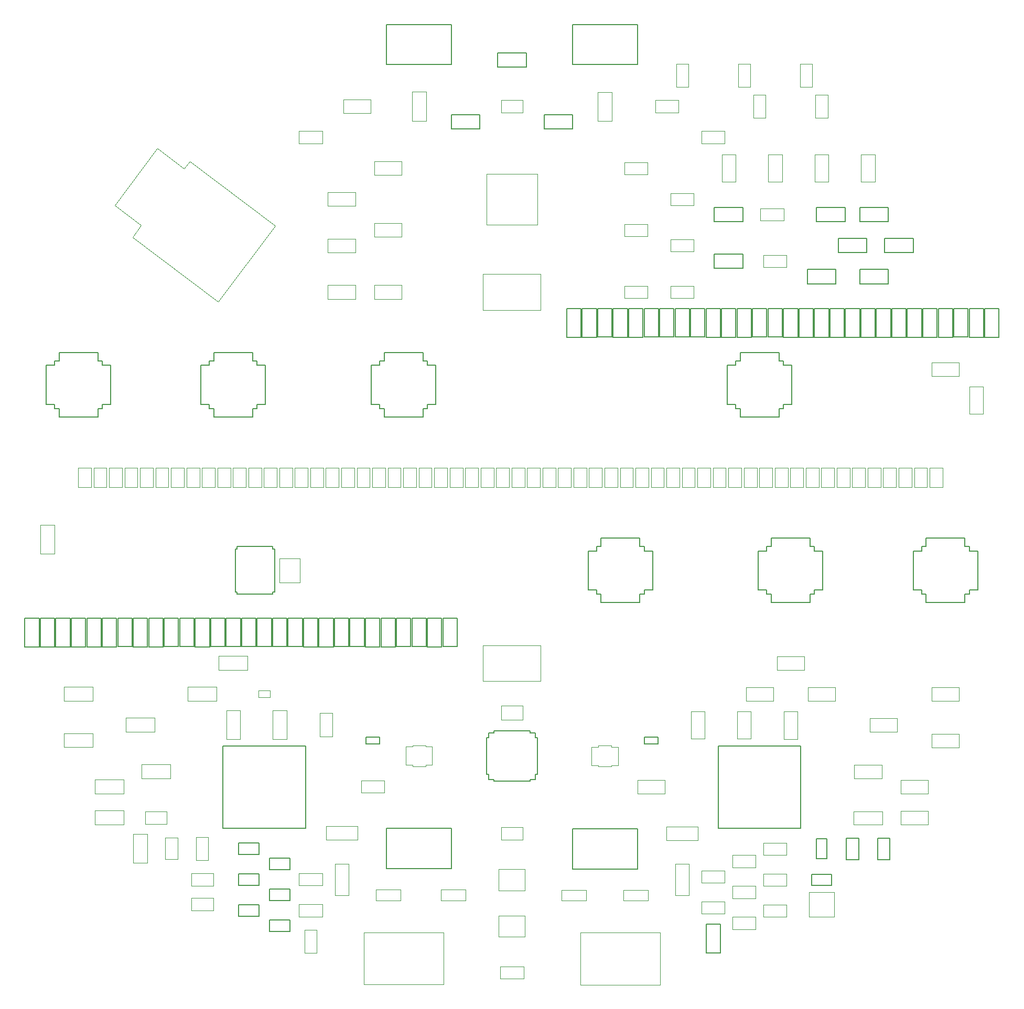
<source format=gbr>
%TF.GenerationSoftware,KiCad,Pcbnew,9.0.0*%
%TF.CreationDate,2025-04-03T19:14:32+05:30*%
%TF.ProjectId,12i(overall),31326928-6f76-4657-9261-6c6c292e6b69,rev?*%
%TF.SameCoordinates,Original*%
%TF.FileFunction,Other,User*%
%FSLAX46Y46*%
G04 Gerber Fmt 4.6, Leading zero omitted, Abs format (unit mm)*
G04 Created by KiCad (PCBNEW 9.0.0) date 2025-04-03 19:14:32*
%MOMM*%
%LPD*%
G01*
G04 APERTURE LIST*
%ADD10C,0.050800*%
%ADD11C,0.050000*%
%ADD12C,0.152400*%
G04 APERTURE END LIST*
D10*
%TO.C,C76*%
X489017000Y-188127000D02*
X490983000Y-188127000D01*
X489017000Y-191873000D02*
X489017000Y-188127000D01*
X490983000Y-188127000D02*
X490983000Y-191873000D01*
X490983000Y-191873000D02*
X489017000Y-191873000D01*
D11*
%TO.C,D61*%
X382450000Y-248450000D02*
X382450000Y-251550000D01*
X382450000Y-251550000D02*
X384550000Y-251550000D01*
X384550000Y-248450000D02*
X382450000Y-248450000D01*
X384550000Y-251550000D02*
X384550000Y-248450000D01*
%TO.C,U1*%
X447890000Y-313287500D02*
X447890000Y-316712500D01*
X447890000Y-316712500D02*
X452110000Y-316712500D01*
X452110000Y-313287500D02*
X447890000Y-313287500D01*
X452110000Y-316712500D02*
X452110000Y-313287500D01*
D12*
%TO.C,C3*%
X483844300Y-222688600D02*
X486155700Y-222688600D01*
X483844300Y-227311400D02*
X483844300Y-222688600D01*
X486155700Y-222688600D02*
X486155700Y-227311400D01*
X486155700Y-227311400D02*
X483844300Y-227311400D01*
D11*
%TO.C,De3*%
X447450000Y-248450000D02*
X447450000Y-251550000D01*
X447450000Y-251550000D02*
X449550000Y-251550000D01*
X449550000Y-248450000D02*
X447450000Y-248450000D01*
X449550000Y-251550000D02*
X449550000Y-248450000D01*
%TO.C,D13*%
X459950000Y-248450000D02*
X459950000Y-251550000D01*
X459950000Y-251550000D02*
X462050000Y-251550000D01*
X462050000Y-248450000D02*
X459950000Y-248450000D01*
X462050000Y-251550000D02*
X462050000Y-248450000D01*
D12*
%TO.C,C18*%
X496344300Y-222688600D02*
X498655700Y-222688600D01*
X496344300Y-227311400D02*
X496344300Y-222688600D01*
X498655700Y-222688600D02*
X498655700Y-227311400D01*
X498655700Y-227311400D02*
X496344300Y-227311400D01*
D11*
%TO.C,Y1*%
X412475000Y-263050000D02*
X415725000Y-263050000D01*
X412475000Y-266950000D02*
X412475000Y-263050000D01*
X415725000Y-263050000D02*
X415725000Y-266950000D01*
X415725000Y-266950000D02*
X412475000Y-266950000D01*
%TO.C,R32*%
X486385000Y-292215000D02*
X486385000Y-287785000D01*
X488615000Y-287785000D02*
X486385000Y-287785000D01*
X488615000Y-292215000D02*
X486385000Y-292215000D01*
X488615000Y-292215000D02*
X488615000Y-287785000D01*
D12*
%TO.C,C106*%
X388844300Y-272715400D02*
X391155700Y-272715400D01*
X388844300Y-277338200D02*
X388844300Y-272715400D01*
X391155700Y-272715400D02*
X391155700Y-277338200D01*
X391155700Y-277338200D02*
X388844300Y-277338200D01*
D11*
%TO.C,D22*%
X467450000Y-248450000D02*
X467450000Y-251550000D01*
X467450000Y-251550000D02*
X469550000Y-251550000D01*
X469550000Y-248450000D02*
X467450000Y-248450000D01*
X469550000Y-251550000D02*
X469550000Y-248450000D01*
%TO.C,R39*%
X382669000Y-303815000D02*
X387331000Y-303815000D01*
X382669000Y-306085000D02*
X382669000Y-303815000D01*
X382669000Y-306085000D02*
X387331000Y-306085000D01*
X387331000Y-306085000D02*
X387331000Y-303815000D01*
%TO.C,R43*%
X411365000Y-292281000D02*
X411365000Y-287619000D01*
X413635000Y-287619000D02*
X411365000Y-287619000D01*
X413635000Y-292281000D02*
X411365000Y-292281000D01*
X413635000Y-292281000D02*
X413635000Y-287619000D01*
%TO.C,D25*%
X494950000Y-248450000D02*
X494950000Y-251550000D01*
X494950000Y-251550000D02*
X497050000Y-251550000D01*
X497050000Y-248450000D02*
X494950000Y-248450000D01*
X497050000Y-251550000D02*
X497050000Y-248450000D01*
D12*
%TO.C,C5*%
X461344300Y-222688600D02*
X463655700Y-222688600D01*
X461344300Y-227311400D02*
X461344300Y-222688600D01*
X463655700Y-222688600D02*
X463655700Y-227311400D01*
X463655700Y-227311400D02*
X461344300Y-227311400D01*
%TO.C,C85*%
X440188600Y-191344300D02*
X444811400Y-191344300D01*
X440188600Y-193655700D02*
X440188600Y-191344300D01*
X444811400Y-191344300D02*
X444811400Y-193655700D01*
X444811400Y-193655700D02*
X440188600Y-193655700D01*
D10*
%TO.C,C78*%
X486517000Y-183127000D02*
X488483000Y-183127000D01*
X486517000Y-186873000D02*
X486517000Y-183127000D01*
X488483000Y-183127000D02*
X488483000Y-186873000D01*
X488483000Y-186873000D02*
X486517000Y-186873000D01*
D12*
%TO.C,C9*%
X488844300Y-222661800D02*
X491155700Y-222661800D01*
X488844300Y-227284600D02*
X488844300Y-222661800D01*
X491155700Y-222661800D02*
X491155700Y-227284600D01*
X491155700Y-227284600D02*
X488844300Y-227284600D01*
D11*
%TO.C,R44*%
X458000000Y-316625000D02*
X458000000Y-318375000D01*
X458000000Y-318375000D02*
X462000000Y-318375000D01*
X462000000Y-316625000D02*
X458000000Y-316625000D01*
X462000000Y-318375000D02*
X462000000Y-316625000D01*
D12*
%TO.C,U10*%
X445916199Y-292046400D02*
X446220999Y-292046400D01*
X445916199Y-297953600D02*
X445916199Y-292046400D01*
X446220999Y-291220999D02*
X447046400Y-291220999D01*
X446220999Y-292046400D02*
X446220999Y-291220999D01*
X446220999Y-297953600D02*
X445916199Y-297953600D01*
X446220999Y-298779001D02*
X446220999Y-297953600D01*
X447046400Y-290916199D02*
X452953600Y-290916199D01*
X447046400Y-291220999D02*
X447046400Y-290916199D01*
X447046400Y-298779001D02*
X446220999Y-298779001D01*
X447046400Y-299083801D02*
X447046400Y-298779001D01*
X452953600Y-290916199D02*
X452953600Y-291220999D01*
X452953600Y-291220999D02*
X453779001Y-291220999D01*
X452953600Y-298779001D02*
X452953600Y-299083801D01*
X452953600Y-299083801D02*
X447046400Y-299083801D01*
X453779001Y-291220999D02*
X453779001Y-292046400D01*
X453779001Y-292046400D02*
X454083801Y-292046400D01*
X453779001Y-297953600D02*
X453779001Y-298779001D01*
X453779001Y-298779001D02*
X452953600Y-298779001D01*
X454083801Y-292046400D02*
X454083801Y-297953600D01*
X454083801Y-297953600D02*
X453779001Y-297953600D01*
%TO.C,C26*%
X503844300Y-222688600D02*
X506155700Y-222688600D01*
X503844300Y-227311400D02*
X503844300Y-222688600D01*
X506155700Y-222688600D02*
X506155700Y-227311400D01*
X506155700Y-227311400D02*
X503844300Y-227311400D01*
%TO.C,C8*%
X463844300Y-222661800D02*
X466155700Y-222661800D01*
X463844300Y-227284600D02*
X463844300Y-222661800D01*
X466155700Y-222661800D02*
X466155700Y-227284600D01*
X466155700Y-227284600D02*
X463844300Y-227284600D01*
D10*
%TO.C,C65*%
X473127000Y-189017000D02*
X476873000Y-189017000D01*
X473127000Y-190983000D02*
X473127000Y-189017000D01*
X476873000Y-189017000D02*
X476873000Y-190983000D01*
X476873000Y-190983000D02*
X473127000Y-190983000D01*
D11*
%TO.C,D74*%
X397450000Y-248450000D02*
X397450000Y-251550000D01*
X397450000Y-251550000D02*
X399550000Y-251550000D01*
X399550000Y-248450000D02*
X397450000Y-248450000D01*
X399550000Y-251550000D02*
X399550000Y-248450000D01*
%TO.C,R48*%
X387669000Y-288815000D02*
X387669000Y-291085000D01*
X392331000Y-288815000D02*
X387669000Y-288815000D01*
X392331000Y-288815000D02*
X392331000Y-291085000D01*
X392331000Y-291085000D02*
X387669000Y-291085000D01*
%TO.C,R18*%
X487785000Y-283885000D02*
X487785000Y-286115000D01*
X492215000Y-283885000D02*
X487785000Y-283885000D01*
X492215000Y-283885000D02*
X492215000Y-286115000D01*
X492215000Y-286115000D02*
X487785000Y-286115000D01*
%TO.C,R24*%
X507785000Y-288885000D02*
X507785000Y-291115000D01*
X512215000Y-288885000D02*
X507785000Y-288885000D01*
X512215000Y-288885000D02*
X512215000Y-291115000D01*
X512215000Y-291115000D02*
X507785000Y-291115000D01*
D12*
%TO.C,C16*%
X521344300Y-222661800D02*
X523655700Y-222661800D01*
X521344300Y-227284600D02*
X521344300Y-222661800D01*
X523655700Y-222661800D02*
X523655700Y-227284600D01*
X523655700Y-227284600D02*
X521344300Y-227284600D01*
D11*
%TO.C,D14*%
X484950000Y-248450000D02*
X484950000Y-251550000D01*
X484950000Y-251550000D02*
X487050000Y-251550000D01*
X487050000Y-248450000D02*
X484950000Y-248450000D01*
X487050000Y-251550000D02*
X487050000Y-248450000D01*
%TO.C,D66*%
X437450000Y-248450000D02*
X437450000Y-251550000D01*
X437450000Y-251550000D02*
X439550000Y-251550000D01*
X439550000Y-248450000D02*
X437450000Y-248450000D01*
X439550000Y-251550000D02*
X439550000Y-248450000D01*
D12*
%TO.C,C111*%
X413844300Y-272688600D02*
X416155700Y-272688600D01*
X413844300Y-277311400D02*
X413844300Y-272688600D01*
X416155700Y-272688600D02*
X416155700Y-277311400D01*
X416155700Y-277311400D02*
X413844300Y-277311400D01*
%TO.C,C38*%
X506161800Y-206344300D02*
X510784600Y-206344300D01*
X506161800Y-208655700D02*
X506161800Y-206344300D01*
X510784600Y-206344300D02*
X510784600Y-208655700D01*
X510784600Y-208655700D02*
X506161800Y-208655700D01*
D11*
%TO.C,D77*%
X424950000Y-248450000D02*
X424950000Y-251550000D01*
X424950000Y-251550000D02*
X427050000Y-251550000D01*
X427050000Y-248450000D02*
X424950000Y-248450000D01*
X427050000Y-251550000D02*
X427050000Y-248450000D01*
D10*
%TO.C,C63*%
X468127000Y-209017000D02*
X471873000Y-209017000D01*
X468127000Y-210983000D02*
X468127000Y-209017000D01*
X471873000Y-209017000D02*
X471873000Y-210983000D01*
X471873000Y-210983000D02*
X468127000Y-210983000D01*
D11*
%TO.C,D73*%
X429950000Y-248450000D02*
X429950000Y-251550000D01*
X429950000Y-251550000D02*
X432050000Y-251550000D01*
X432050000Y-248450000D02*
X429950000Y-248450000D01*
X432050000Y-251550000D02*
X432050000Y-248450000D01*
D12*
%TO.C,C11*%
X466344300Y-222715400D02*
X468655700Y-222715400D01*
X466344300Y-227338200D02*
X466344300Y-222715400D01*
X468655700Y-222715400D02*
X468655700Y-227338200D01*
X468655700Y-227338200D02*
X466344300Y-227338200D01*
D11*
%TO.C,D59*%
X414950000Y-248450000D02*
X414950000Y-251550000D01*
X414950000Y-251550000D02*
X417050000Y-251550000D01*
X417050000Y-248450000D02*
X414950000Y-248450000D01*
X417050000Y-251550000D02*
X417050000Y-248450000D01*
D12*
%TO.C,C94*%
X403844300Y-272688600D02*
X406155700Y-272688600D01*
X403844300Y-277311400D02*
X403844300Y-272688600D01*
X406155700Y-272688600D02*
X406155700Y-277311400D01*
X406155700Y-277311400D02*
X403844300Y-277311400D01*
D11*
%TO.C,D32*%
X421400000Y-312415000D02*
X423600000Y-312415000D01*
X421400000Y-317485000D02*
X421400000Y-312415000D01*
X423600000Y-312415000D02*
X423600000Y-317485000D01*
X423600000Y-317485000D02*
X421400000Y-317485000D01*
D12*
%TO.C,C103*%
X423844300Y-272688600D02*
X426155700Y-272688600D01*
X423844300Y-277311400D02*
X423844300Y-272688600D01*
X426155700Y-272688600D02*
X426155700Y-277311400D01*
X426155700Y-277311400D02*
X423844300Y-277311400D01*
%TO.C,C99*%
X398844300Y-272715400D02*
X401155700Y-272715400D01*
X398844300Y-277338200D02*
X398844300Y-272715400D01*
X401155700Y-272715400D02*
X401155700Y-277338200D01*
X401155700Y-277338200D02*
X398844300Y-277338200D01*
%TO.C,C44*%
X499121000Y-308390400D02*
X500879000Y-308390400D01*
X499121000Y-311609600D02*
X499121000Y-308390400D01*
X500879000Y-308390400D02*
X500879000Y-311609600D01*
X500879000Y-311609600D02*
X499121000Y-311609600D01*
D11*
%TO.C,R17*%
X492785000Y-278885000D02*
X497215000Y-278885000D01*
X492785000Y-281115000D02*
X492785000Y-278885000D01*
X492785000Y-281115000D02*
X497215000Y-281115000D01*
X497215000Y-281115000D02*
X497215000Y-278885000D01*
D12*
%TO.C,C48*%
X410836300Y-316522900D02*
X414163700Y-316522900D01*
X410836300Y-318377100D02*
X410836300Y-316522900D01*
X414163700Y-316522900D02*
X414163700Y-318377100D01*
X414163700Y-318377100D02*
X410836300Y-318377100D01*
%TO.C,SW1*%
X429746000Y-176748800D02*
X429746000Y-183251200D01*
X429746000Y-183251200D02*
X440254000Y-183251200D01*
X440254000Y-176748800D02*
X429746000Y-176748800D01*
X440254000Y-183251200D02*
X440254000Y-176748800D01*
%TO.C,C14*%
X468844300Y-222715400D02*
X471155700Y-222715400D01*
X468844300Y-227338200D02*
X468844300Y-222715400D01*
X471155700Y-222715400D02*
X471155700Y-227338200D01*
X471155700Y-227338200D02*
X468844300Y-227338200D01*
D10*
%TO.C,C71*%
X490127000Y-206517000D02*
X493873000Y-206517000D01*
X490127000Y-208483000D02*
X490127000Y-206517000D01*
X493873000Y-206517000D02*
X493873000Y-208483000D01*
X493873000Y-208483000D02*
X490127000Y-208483000D01*
D11*
%TO.C,R25*%
X506385000Y-197785000D02*
X506385000Y-202215000D01*
X506385000Y-197785000D02*
X508615000Y-197785000D01*
X506385000Y-202215000D02*
X508615000Y-202215000D01*
X508615000Y-197785000D02*
X508615000Y-202215000D01*
D12*
%TO.C,C126*%
X447688600Y-181344300D02*
X452311400Y-181344300D01*
X447688600Y-183655700D02*
X447688600Y-181344300D01*
X452311400Y-181344300D02*
X452311400Y-183655700D01*
X452311400Y-183655700D02*
X447688600Y-183655700D01*
D11*
%TO.C,D7*%
X454950000Y-248450000D02*
X454950000Y-251550000D01*
X454950000Y-251550000D02*
X457050000Y-251550000D01*
X457050000Y-248450000D02*
X454950000Y-248450000D01*
X457050000Y-251550000D02*
X457050000Y-248450000D01*
%TO.C,C125*%
X398250000Y-313950000D02*
X401750000Y-313950000D01*
X398250000Y-315950000D02*
X398250000Y-313950000D01*
X401750000Y-313950000D02*
X401750000Y-315950000D01*
X401750000Y-315950000D02*
X398250000Y-315950000D01*
D12*
%TO.C,C113*%
X381344300Y-272715400D02*
X383655700Y-272715400D01*
X381344300Y-277338200D02*
X381344300Y-272715400D01*
X383655700Y-272715400D02*
X383655700Y-277338200D01*
X383655700Y-277338200D02*
X381344300Y-277338200D01*
D11*
%TO.C,R38*%
X402669000Y-278815000D02*
X407331000Y-278815000D01*
X402669000Y-281085000D02*
X402669000Y-278815000D01*
X402669000Y-281085000D02*
X407331000Y-281085000D01*
X407331000Y-281085000D02*
X407331000Y-278815000D01*
D12*
%TO.C,C21*%
X498844300Y-222688600D02*
X501155700Y-222688600D01*
X498844300Y-227311400D02*
X498844300Y-222688600D01*
X501155700Y-222688600D02*
X501155700Y-227311400D01*
X501155700Y-227311400D02*
X498844300Y-227311400D01*
%TO.C,IC4*%
X374790399Y-231860999D02*
X376146000Y-231860999D01*
X374790399Y-238139001D02*
X374790399Y-231860999D01*
X376146000Y-231860999D02*
X376146000Y-231146000D01*
X376146000Y-238139001D02*
X374790399Y-238139001D01*
X376146000Y-238854000D02*
X376146000Y-238139001D01*
X376860999Y-229790399D02*
X376860999Y-231146000D01*
X376860999Y-231146000D02*
X376146000Y-231146000D01*
X376860999Y-238854000D02*
X376146000Y-238854000D01*
X376860999Y-240209601D02*
X376860999Y-238854000D01*
X383139001Y-229790399D02*
X376860999Y-229790399D01*
X383139001Y-231146000D02*
X383139001Y-229790399D01*
X383139001Y-238854000D02*
X383139001Y-240209601D01*
X383139001Y-240209601D02*
X376860999Y-240209601D01*
X383854000Y-231146000D02*
X383139001Y-231146000D01*
X383854000Y-231860999D02*
X383854000Y-231146000D01*
X383854000Y-238139001D02*
X385209601Y-238139001D01*
X383854000Y-238854000D02*
X383139001Y-238854000D01*
X383854000Y-238854000D02*
X383854000Y-238139001D01*
X385209601Y-231860999D02*
X383854000Y-231860999D01*
X385209601Y-238139001D02*
X385209601Y-231860999D01*
D11*
%TO.C,R41*%
X382681000Y-298815000D02*
X382681000Y-301085000D01*
X387343000Y-298815000D02*
X382681000Y-298815000D01*
X387343000Y-298815000D02*
X387343000Y-301085000D01*
X387343000Y-301085000D02*
X382681000Y-301085000D01*
%TO.C,R16*%
X497785000Y-283885000D02*
X497785000Y-286115000D01*
X502215000Y-283885000D02*
X497785000Y-283885000D01*
X502215000Y-283885000D02*
X502215000Y-286115000D01*
X502215000Y-286115000D02*
X497785000Y-286115000D01*
D12*
%TO.C,C87*%
X408844300Y-272688600D02*
X411155700Y-272688600D01*
X408844300Y-277311400D02*
X408844300Y-272688600D01*
X411155700Y-272688600D02*
X411155700Y-277311400D01*
X411155700Y-277311400D02*
X408844300Y-277311400D01*
%TO.C,C2*%
X458844300Y-222688600D02*
X461155700Y-222688600D01*
X458844300Y-227311400D02*
X458844300Y-222688600D01*
X461155700Y-222688600D02*
X461155700Y-227311400D01*
X461155700Y-227311400D02*
X458844300Y-227311400D01*
D11*
%TO.C,R30*%
X470285000Y-298885000D02*
X470285000Y-301115000D01*
X474715000Y-298885000D02*
X470285000Y-298885000D01*
X474715000Y-298885000D02*
X474715000Y-301115000D01*
X474715000Y-301115000D02*
X470285000Y-301115000D01*
%TO.C,R9*%
X422785000Y-188885000D02*
X427215000Y-188885000D01*
X422785000Y-191115000D02*
X422785000Y-188885000D01*
X422785000Y-191115000D02*
X427215000Y-191115000D01*
X427215000Y-191115000D02*
X427215000Y-188885000D01*
%TO.C,U3*%
X498000000Y-317000000D02*
X502000000Y-317000000D01*
X502000000Y-321000000D01*
X498000000Y-321000000D01*
X498000000Y-317000000D01*
%TO.C,D72*%
X399950000Y-248450000D02*
X399950000Y-251550000D01*
X399950000Y-251550000D02*
X402050000Y-251550000D01*
X402050000Y-248450000D02*
X399950000Y-248450000D01*
X402050000Y-251550000D02*
X402050000Y-248450000D01*
%TO.C,D69*%
X404950000Y-248450000D02*
X404950000Y-251550000D01*
X404950000Y-251550000D02*
X407050000Y-251550000D01*
X407050000Y-248450000D02*
X404950000Y-248450000D01*
X407050000Y-251550000D02*
X407050000Y-248450000D01*
D10*
%TO.C,C67*%
X468127000Y-199017000D02*
X471873000Y-199017000D01*
X468127000Y-200983000D02*
X468127000Y-199017000D01*
X471873000Y-199017000D02*
X471873000Y-200983000D01*
X471873000Y-200983000D02*
X468127000Y-200983000D01*
D11*
%TO.C,U2*%
X445340000Y-217110000D02*
X445340000Y-222890000D01*
X445340000Y-217110000D02*
X454660000Y-217110000D01*
X445340000Y-222890000D02*
X454660000Y-222890000D01*
X454660000Y-217110000D02*
X454660000Y-222890000D01*
D12*
%TO.C,C28*%
X506344300Y-222688600D02*
X508655700Y-222688600D01*
X506344300Y-227311400D02*
X506344300Y-222688600D01*
X508655700Y-222688600D02*
X508655700Y-227311400D01*
X508655700Y-227311400D02*
X506344300Y-227311400D01*
%TO.C,C98*%
X428844300Y-272715400D02*
X431155700Y-272715400D01*
X428844300Y-277338200D02*
X428844300Y-272715400D01*
X431155700Y-272715400D02*
X431155700Y-277338200D01*
X431155700Y-277338200D02*
X428844300Y-277338200D01*
D11*
%TO.C,R1*%
X491385000Y-197785000D02*
X491385000Y-202215000D01*
X491385000Y-197785000D02*
X493615000Y-197785000D01*
X491385000Y-202215000D02*
X493615000Y-202215000D01*
X493615000Y-197785000D02*
X493615000Y-202215000D01*
D10*
%TO.C,C57*%
X480627000Y-313517000D02*
X484373000Y-313517000D01*
X480627000Y-315483000D02*
X480627000Y-313517000D01*
X484373000Y-313517000D02*
X484373000Y-315483000D01*
X484373000Y-315483000D02*
X480627000Y-315483000D01*
D12*
%TO.C,C27*%
X481344300Y-222688600D02*
X483655700Y-222688600D01*
X481344300Y-227311400D02*
X481344300Y-222688600D01*
X483655700Y-222688600D02*
X483655700Y-227311400D01*
X483655700Y-227311400D02*
X481344300Y-227311400D01*
D11*
%TO.C,R37*%
X397669000Y-283815000D02*
X402331000Y-283815000D01*
X397669000Y-286085000D02*
X397669000Y-283815000D01*
X397669000Y-286085000D02*
X402331000Y-286085000D01*
X402331000Y-286085000D02*
X402331000Y-283815000D01*
D10*
%TO.C,C41*%
X490627000Y-314017000D02*
X494373000Y-314017000D01*
X490627000Y-315983000D02*
X490627000Y-314017000D01*
X494373000Y-314017000D02*
X494373000Y-315983000D01*
X494373000Y-315983000D02*
X490627000Y-315983000D01*
D12*
%TO.C,C95*%
X371344300Y-272715400D02*
X373655700Y-272715400D01*
X371344300Y-277338200D02*
X371344300Y-272715400D01*
X373655700Y-272715400D02*
X373655700Y-277338200D01*
X373655700Y-277338200D02*
X371344300Y-277338200D01*
D11*
%TO.C,R22*%
X377669000Y-283815000D02*
X382331000Y-283815000D01*
X377669000Y-286085000D02*
X377669000Y-283815000D01*
X377669000Y-286085000D02*
X382331000Y-286085000D01*
X382331000Y-286085000D02*
X382331000Y-283815000D01*
%TO.C,R2*%
X517785000Y-283885000D02*
X517785000Y-286115000D01*
X522215000Y-283885000D02*
X517785000Y-283885000D01*
X522215000Y-283885000D02*
X522215000Y-286115000D01*
X522215000Y-286115000D02*
X517785000Y-286115000D01*
D12*
%TO.C,C97*%
X401344300Y-272688600D02*
X403655700Y-272688600D01*
X401344300Y-277311400D02*
X401344300Y-272688600D01*
X403655700Y-272688600D02*
X403655700Y-277311400D01*
X403655700Y-277311400D02*
X401344300Y-277311400D01*
D11*
%TO.C,D78*%
X422450000Y-248450000D02*
X422450000Y-251550000D01*
X422450000Y-251550000D02*
X424550000Y-251550000D01*
X424550000Y-248450000D02*
X422450000Y-248450000D01*
X424550000Y-251550000D02*
X424550000Y-248450000D01*
D12*
%TO.C,XTAL1*%
X405337700Y-261532900D02*
X405642500Y-261532900D01*
X405337700Y-268467100D02*
X405337700Y-261532900D01*
X405337700Y-268467100D02*
X405642500Y-268467100D01*
X405642500Y-261139200D02*
X411357500Y-261139200D01*
X405642500Y-261532900D02*
X405642500Y-261139200D01*
X405642500Y-268860800D02*
X405642500Y-268467100D01*
X411357500Y-261139200D02*
X411357500Y-261532900D01*
X411357500Y-268467100D02*
X411357500Y-268860800D01*
X411357500Y-268860800D02*
X405642500Y-268860800D01*
X411662300Y-261532900D02*
X411357500Y-261532900D01*
X411662300Y-261532900D02*
X411662300Y-268467100D01*
X411662300Y-268467100D02*
X411357500Y-268467100D01*
D11*
%TO.C,R28*%
X505285000Y-296385000D02*
X505285000Y-298615000D01*
X509715000Y-296385000D02*
X505285000Y-296385000D01*
X509715000Y-296385000D02*
X509715000Y-298615000D01*
X509715000Y-298615000D02*
X505285000Y-298615000D01*
D12*
%TO.C,C23*%
X476344300Y-222661800D02*
X478655700Y-222661800D01*
X476344300Y-227284600D02*
X476344300Y-222661800D01*
X478655700Y-222661800D02*
X478655700Y-227284600D01*
X478655700Y-227284600D02*
X476344300Y-227284600D01*
D11*
%TO.C,D80*%
X419950000Y-248450000D02*
X419950000Y-251550000D01*
X419950000Y-251550000D02*
X422050000Y-251550000D01*
X422050000Y-248450000D02*
X419950000Y-248450000D01*
X422050000Y-251550000D02*
X422050000Y-248450000D01*
D12*
%TO.C,C79*%
X502688600Y-211344300D02*
X507311400Y-211344300D01*
X502688600Y-213655700D02*
X502688600Y-211344300D01*
X507311400Y-211344300D02*
X507311400Y-213655700D01*
X507311400Y-213655700D02*
X502688600Y-213655700D01*
%TO.C,C7*%
X513844300Y-222715400D02*
X516155700Y-222715400D01*
X513844300Y-227338200D02*
X513844300Y-222715400D01*
X516155700Y-222715400D02*
X516155700Y-227338200D01*
X516155700Y-227338200D02*
X513844300Y-227338200D01*
D11*
%TO.C,R14*%
X512785000Y-303885000D02*
X512785000Y-306115000D01*
X517215000Y-303885000D02*
X512785000Y-303885000D01*
X517215000Y-303885000D02*
X517215000Y-306115000D01*
X517215000Y-306115000D02*
X512785000Y-306115000D01*
D12*
%TO.C,C77*%
X499161800Y-206344300D02*
X503784600Y-206344300D01*
X499161800Y-208655700D02*
X499161800Y-206344300D01*
X503784600Y-206344300D02*
X503784600Y-208655700D01*
X503784600Y-208655700D02*
X499161800Y-208655700D01*
D11*
%TO.C,D71*%
X432450000Y-248450000D02*
X432450000Y-251550000D01*
X432450000Y-251550000D02*
X434550000Y-251550000D01*
X434550000Y-248450000D02*
X432450000Y-248450000D01*
X434550000Y-251550000D02*
X434550000Y-248450000D01*
%TO.C,D17*%
X487450000Y-248450000D02*
X487450000Y-251550000D01*
X487450000Y-251550000D02*
X489550000Y-251550000D01*
X489550000Y-248450000D02*
X487450000Y-248450000D01*
X489550000Y-251550000D02*
X489550000Y-248450000D01*
%TO.C,D3*%
X502450000Y-248450000D02*
X502450000Y-251550000D01*
X502450000Y-251550000D02*
X504550000Y-251550000D01*
X504550000Y-248450000D02*
X502450000Y-248450000D01*
X504550000Y-251550000D02*
X504550000Y-248450000D01*
D12*
%TO.C,L6*%
X426390400Y-291896000D02*
X428609600Y-291896000D01*
X426390400Y-293004000D02*
X426390400Y-291896000D01*
X428609600Y-291896000D02*
X428609600Y-293004000D01*
X428609600Y-293004000D02*
X426390400Y-293004000D01*
%TO.C,C49*%
X405836300Y-314022900D02*
X409163700Y-314022900D01*
X405836300Y-315877100D02*
X405836300Y-314022900D01*
X409163700Y-314022900D02*
X409163700Y-315877100D01*
X409163700Y-315877100D02*
X405836300Y-315877100D01*
%TO.C,C108*%
X386344300Y-272688600D02*
X388655700Y-272688600D01*
X386344300Y-277311400D02*
X386344300Y-272688600D01*
X388655700Y-272688600D02*
X388655700Y-277311400D01*
X388655700Y-277311400D02*
X386344300Y-277311400D01*
%TO.C,C51*%
X405836300Y-319022900D02*
X409163700Y-319022900D01*
X405836300Y-320877100D02*
X405836300Y-319022900D01*
X409163700Y-319022900D02*
X409163700Y-320877100D01*
X409163700Y-320877100D02*
X405836300Y-320877100D01*
%TO.C,C88*%
X378844300Y-272715400D02*
X381155700Y-272715400D01*
X378844300Y-277338200D02*
X378844300Y-272715400D01*
X381155700Y-272715400D02*
X381155700Y-277338200D01*
X381155700Y-277338200D02*
X378844300Y-277338200D01*
D10*
%TO.C,C74*%
X476517000Y-183127000D02*
X478483000Y-183127000D01*
X476517000Y-186873000D02*
X476517000Y-183127000D01*
X478483000Y-183127000D02*
X478483000Y-186873000D01*
X478483000Y-186873000D02*
X476517000Y-186873000D01*
%TO.C,C120*%
X425627000Y-298967000D02*
X429373000Y-298967000D01*
X425627000Y-300933000D02*
X425627000Y-298967000D01*
X429373000Y-298967000D02*
X429373000Y-300933000D01*
X429373000Y-300933000D02*
X425627000Y-300933000D01*
D12*
%TO.C,L5*%
X471390400Y-291946000D02*
X473609600Y-291946000D01*
X471390400Y-293054000D02*
X471390400Y-291946000D01*
X473609600Y-291946000D02*
X473609600Y-293054000D01*
X473609600Y-293054000D02*
X471390400Y-293054000D01*
%TO.C,C15*%
X493844300Y-222688600D02*
X496155700Y-222688600D01*
X493844300Y-227311400D02*
X493844300Y-222688600D01*
X496155700Y-222688600D02*
X496155700Y-227311400D01*
X496155700Y-227311400D02*
X493844300Y-227311400D01*
D11*
%TO.C,U6*%
X432870000Y-293455000D02*
X432870000Y-296445000D01*
X432870000Y-296445000D02*
X433950000Y-296445000D01*
X433950000Y-293250000D02*
X433950000Y-293455000D01*
X433950000Y-293455000D02*
X432870000Y-293455000D01*
X433950000Y-296445000D02*
X433950000Y-296650000D01*
X433950000Y-296650000D02*
X436050000Y-296650000D01*
X436050000Y-293250000D02*
X433950000Y-293250000D01*
X436050000Y-293455000D02*
X436050000Y-293250000D01*
X436050000Y-296445000D02*
X437130000Y-296445000D01*
X436050000Y-296650000D02*
X436050000Y-296445000D01*
X437130000Y-293455000D02*
X436050000Y-293455000D01*
X437130000Y-296445000D02*
X437130000Y-293455000D01*
D12*
%TO.C,C59*%
X510188600Y-211344300D02*
X514811400Y-211344300D01*
X510188600Y-213655700D02*
X510188600Y-211344300D01*
X514811400Y-211344300D02*
X514811400Y-213655700D01*
X514811400Y-213655700D02*
X510188600Y-213655700D01*
D10*
%TO.C,C40*%
X485627000Y-311017000D02*
X489373000Y-311017000D01*
X485627000Y-312983000D02*
X485627000Y-311017000D01*
X489373000Y-311017000D02*
X489373000Y-312983000D01*
X489373000Y-312983000D02*
X485627000Y-312983000D01*
D11*
%TO.C,U4*%
X445895000Y-200895000D02*
X454105000Y-200895000D01*
X445895000Y-209105000D02*
X445895000Y-200895000D01*
X445895000Y-209105000D02*
X454105000Y-209105000D01*
X454105000Y-209105000D02*
X454105000Y-200895000D01*
D10*
%TO.C,C66*%
X475627000Y-204017000D02*
X479373000Y-204017000D01*
X475627000Y-205983000D02*
X475627000Y-204017000D01*
X479373000Y-204017000D02*
X479373000Y-205983000D01*
X479373000Y-205983000D02*
X475627000Y-205983000D01*
D12*
%TO.C,C112*%
X411344300Y-272688600D02*
X413655700Y-272688600D01*
X411344300Y-277311400D02*
X411344300Y-272688600D01*
X413655700Y-272688600D02*
X413655700Y-277311400D01*
X413655700Y-277311400D02*
X411344300Y-277311400D01*
D11*
%TO.C,D24*%
X469950000Y-248450000D02*
X469950000Y-251550000D01*
X469950000Y-251550000D02*
X472050000Y-251550000D01*
X472050000Y-248450000D02*
X469950000Y-248450000D01*
X472050000Y-251550000D02*
X472050000Y-248450000D01*
D12*
%TO.C,C47*%
X405836300Y-309022900D02*
X409163700Y-309022900D01*
X405836300Y-310877100D02*
X405836300Y-309022900D01*
X409163700Y-309022900D02*
X409163700Y-310877100D01*
X409163700Y-310877100D02*
X405836300Y-310877100D01*
D10*
%TO.C,C61*%
X475627000Y-219017000D02*
X479373000Y-219017000D01*
X475627000Y-220983000D02*
X475627000Y-219017000D01*
X479373000Y-219017000D02*
X479373000Y-220983000D01*
X479373000Y-220983000D02*
X475627000Y-220983000D01*
D12*
%TO.C,C4*%
X511344300Y-222715400D02*
X513655700Y-222715400D01*
X511344300Y-227338200D02*
X511344300Y-222715400D01*
X513655700Y-222715400D02*
X513655700Y-227338200D01*
X513655700Y-227338200D02*
X511344300Y-227338200D01*
D11*
%TO.C,R3*%
X427785000Y-218885000D02*
X427785000Y-221115000D01*
X432215000Y-218885000D02*
X427785000Y-218885000D01*
X432215000Y-218885000D02*
X432215000Y-221115000D01*
X432215000Y-221115000D02*
X427785000Y-221115000D01*
%TO.C,R10*%
X427785000Y-208885000D02*
X427785000Y-211115000D01*
X432215000Y-208885000D02*
X427785000Y-208885000D01*
X432215000Y-208885000D02*
X432215000Y-211115000D01*
X432215000Y-211115000D02*
X427785000Y-211115000D01*
D12*
%TO.C,C110*%
X383844300Y-272715400D02*
X386155700Y-272715400D01*
X383844300Y-277338200D02*
X383844300Y-272715400D01*
X386155700Y-272715400D02*
X386155700Y-277338200D01*
X386155700Y-277338200D02*
X383844300Y-277338200D01*
D10*
%TO.C,C81*%
X496517000Y-183127000D02*
X498483000Y-183127000D01*
X496517000Y-186873000D02*
X496517000Y-183127000D01*
X498483000Y-183127000D02*
X498483000Y-186873000D01*
X498483000Y-186873000D02*
X496517000Y-186873000D01*
D11*
%TO.C,R6*%
X428000000Y-316575000D02*
X428000000Y-318325000D01*
X428000000Y-318325000D02*
X432000000Y-318325000D01*
X432000000Y-316575000D02*
X428000000Y-316575000D01*
X432000000Y-318325000D02*
X432000000Y-316575000D01*
D12*
%TO.C,IC1*%
X484790399Y-231860999D02*
X486146000Y-231860999D01*
X484790399Y-238139001D02*
X484790399Y-231860999D01*
X486146000Y-231860999D02*
X486146000Y-231146000D01*
X486146000Y-238139001D02*
X484790399Y-238139001D01*
X486146000Y-238854000D02*
X486146000Y-238139001D01*
X486860999Y-229790399D02*
X486860999Y-231146000D01*
X486860999Y-231146000D02*
X486146000Y-231146000D01*
X486860999Y-238854000D02*
X486146000Y-238854000D01*
X486860999Y-240209601D02*
X486860999Y-238854000D01*
X493139001Y-229790399D02*
X486860999Y-229790399D01*
X493139001Y-231146000D02*
X493139001Y-229790399D01*
X493139001Y-238854000D02*
X493139001Y-240209601D01*
X493139001Y-240209601D02*
X486860999Y-240209601D01*
X493854000Y-231146000D02*
X493139001Y-231146000D01*
X493854000Y-231860999D02*
X493854000Y-231146000D01*
X493854000Y-238139001D02*
X495209601Y-238139001D01*
X493854000Y-238854000D02*
X493139001Y-238854000D01*
X493854000Y-238854000D02*
X493854000Y-238139001D01*
X495209601Y-231860999D02*
X493854000Y-231860999D01*
X495209601Y-238139001D02*
X495209601Y-231860999D01*
%TO.C,C24*%
X501344300Y-222688600D02*
X503655700Y-222688600D01*
X501344300Y-227311400D02*
X501344300Y-222688600D01*
X503655700Y-222688600D02*
X503655700Y-227311400D01*
X503655700Y-227311400D02*
X501344300Y-227311400D01*
%TO.C,IC5*%
X462290399Y-261860999D02*
X462290399Y-268139001D01*
X462290399Y-268139001D02*
X463646000Y-268139001D01*
X463646000Y-261146000D02*
X463646000Y-261860999D01*
X463646000Y-261146000D02*
X464360999Y-261146000D01*
X463646000Y-261860999D02*
X462290399Y-261860999D01*
X463646000Y-268139001D02*
X463646000Y-268854000D01*
X463646000Y-268854000D02*
X464360999Y-268854000D01*
X464360999Y-259790399D02*
X470639001Y-259790399D01*
X464360999Y-261146000D02*
X464360999Y-259790399D01*
X464360999Y-268854000D02*
X464360999Y-270209601D01*
X464360999Y-270209601D02*
X470639001Y-270209601D01*
X470639001Y-259790399D02*
X470639001Y-261146000D01*
X470639001Y-261146000D02*
X471354000Y-261146000D01*
X470639001Y-268854000D02*
X471354000Y-268854000D01*
X470639001Y-270209601D02*
X470639001Y-268854000D01*
X471354000Y-261146000D02*
X471354000Y-261860999D01*
X471354000Y-261860999D02*
X472709601Y-261860999D01*
X471354000Y-268139001D02*
X471354000Y-268854000D01*
X472709601Y-261860999D02*
X472709601Y-268139001D01*
X472709601Y-268139001D02*
X471354000Y-268139001D01*
%TO.C,C100*%
X396344300Y-272688600D02*
X398655700Y-272688600D01*
X396344300Y-277311400D02*
X396344300Y-272688600D01*
X398655700Y-272688600D02*
X398655700Y-277311400D01*
X398655700Y-277311400D02*
X396344300Y-277311400D01*
%TO.C,C89*%
X436344300Y-272715400D02*
X438655700Y-272715400D01*
X436344300Y-277338200D02*
X436344300Y-272715400D01*
X438655700Y-272715400D02*
X438655700Y-277338200D01*
X438655700Y-277338200D02*
X436344300Y-277338200D01*
D10*
%TO.C,C80*%
X499017000Y-188127000D02*
X500983000Y-188127000D01*
X499017000Y-191873000D02*
X499017000Y-188127000D01*
X500983000Y-188127000D02*
X500983000Y-191873000D01*
X500983000Y-191873000D02*
X499017000Y-191873000D01*
D12*
%TO.C,C109*%
X416344300Y-272715400D02*
X418655700Y-272715400D01*
X416344300Y-277338200D02*
X416344300Y-272715400D01*
X418655700Y-272715400D02*
X418655700Y-277338200D01*
X418655700Y-277338200D02*
X416344300Y-277338200D01*
D11*
%TO.C,D67*%
X407450000Y-248450000D02*
X407450000Y-251550000D01*
X407450000Y-251550000D02*
X409550000Y-251550000D01*
X409550000Y-248450000D02*
X407450000Y-248450000D01*
X409550000Y-251550000D02*
X409550000Y-248450000D01*
%TO.C,C69*%
X448250000Y-189000000D02*
X451750000Y-189000000D01*
X448250000Y-191000000D02*
X448250000Y-189000000D01*
X451750000Y-189000000D02*
X451750000Y-191000000D01*
X451750000Y-191000000D02*
X448250000Y-191000000D01*
%TO.C,E1*%
X505150000Y-303950000D02*
X509850000Y-303950000D01*
X505150000Y-306050000D02*
X505150000Y-303950000D01*
X509850000Y-303950000D02*
X509850000Y-306050000D01*
X509850000Y-306050000D02*
X505150000Y-306050000D01*
D12*
%TO.C,IC6*%
X514790399Y-261860999D02*
X514790399Y-268139001D01*
X514790399Y-268139001D02*
X516146000Y-268139001D01*
X516146000Y-261146000D02*
X516146000Y-261860999D01*
X516146000Y-261146000D02*
X516860999Y-261146000D01*
X516146000Y-261860999D02*
X514790399Y-261860999D01*
X516146000Y-268139001D02*
X516146000Y-268854000D01*
X516146000Y-268854000D02*
X516860999Y-268854000D01*
X516860999Y-259790399D02*
X523139001Y-259790399D01*
X516860999Y-261146000D02*
X516860999Y-259790399D01*
X516860999Y-268854000D02*
X516860999Y-270209601D01*
X516860999Y-270209601D02*
X523139001Y-270209601D01*
X523139001Y-259790399D02*
X523139001Y-261146000D01*
X523139001Y-261146000D02*
X523854000Y-261146000D01*
X523139001Y-268854000D02*
X523854000Y-268854000D01*
X523139001Y-270209601D02*
X523139001Y-268854000D01*
X523854000Y-261146000D02*
X523854000Y-261860999D01*
X523854000Y-261860999D02*
X525209601Y-261860999D01*
X523854000Y-268139001D02*
X523854000Y-268854000D01*
X525209601Y-261860999D02*
X525209601Y-268139001D01*
X525209601Y-268139001D02*
X523854000Y-268139001D01*
%TO.C,C82*%
X497688600Y-216344300D02*
X502311400Y-216344300D01*
X497688600Y-218655700D02*
X497688600Y-216344300D01*
X502311400Y-216344300D02*
X502311400Y-218655700D01*
X502311400Y-218655700D02*
X497688600Y-218655700D01*
D10*
%TO.C,C70*%
X415627000Y-194017000D02*
X419373000Y-194017000D01*
X415627000Y-195983000D02*
X415627000Y-194017000D01*
X419373000Y-194017000D02*
X419373000Y-195983000D01*
X419373000Y-195983000D02*
X415627000Y-195983000D01*
D11*
%TO.C,R8*%
X433865000Y-192325000D02*
X433865000Y-187663000D01*
X436135000Y-187663000D02*
X433865000Y-187663000D01*
X436135000Y-192325000D02*
X433865000Y-192325000D01*
X436135000Y-192325000D02*
X436135000Y-187663000D01*
D12*
%TO.C,C10*%
X516344300Y-222688600D02*
X518655700Y-222688600D01*
X516344300Y-227311400D02*
X516344300Y-222688600D01*
X518655700Y-222688600D02*
X518655700Y-227311400D01*
X518655700Y-227311400D02*
X516344300Y-227311400D01*
%TO.C,C75*%
X482661800Y-213844300D02*
X487284600Y-213844300D01*
X482661800Y-216155700D02*
X482661800Y-213844300D01*
X487284600Y-213844300D02*
X487284600Y-216155700D01*
X487284600Y-216155700D02*
X482661800Y-216155700D01*
D11*
%TO.C,D2*%
X474950000Y-248450000D02*
X474950000Y-251550000D01*
X474950000Y-251550000D02*
X477050000Y-251550000D01*
X477050000Y-248450000D02*
X474950000Y-248450000D01*
X477050000Y-251550000D02*
X477050000Y-248450000D01*
%TO.C,D68*%
X434950000Y-248450000D02*
X434950000Y-251550000D01*
X434950000Y-251550000D02*
X437050000Y-251550000D01*
X437050000Y-248450000D02*
X434950000Y-248450000D01*
X437050000Y-251550000D02*
X437050000Y-248450000D01*
%TO.C,R4*%
X427785000Y-198885000D02*
X432215000Y-198885000D01*
X427785000Y-201115000D02*
X427785000Y-198885000D01*
X427785000Y-201115000D02*
X432215000Y-201115000D01*
X432215000Y-201115000D02*
X432215000Y-198885000D01*
%TO.C,D4*%
X452450000Y-248450000D02*
X452450000Y-251550000D01*
X452450000Y-251550000D02*
X454550000Y-251550000D01*
X454550000Y-248450000D02*
X452450000Y-248450000D01*
X454550000Y-251550000D02*
X454550000Y-248450000D01*
%TO.C,D9*%
X507450000Y-248450000D02*
X507450000Y-251550000D01*
X507450000Y-251550000D02*
X509550000Y-251550000D01*
X509550000Y-248450000D02*
X507450000Y-248450000D01*
X509550000Y-251550000D02*
X509550000Y-248450000D01*
D10*
%TO.C,C58*%
X480627000Y-318517000D02*
X484373000Y-318517000D01*
X480627000Y-320483000D02*
X480627000Y-318517000D01*
X484373000Y-318517000D02*
X484373000Y-320483000D01*
X484373000Y-320483000D02*
X480627000Y-320483000D01*
D11*
%TO.C,R29*%
X517785000Y-291385000D02*
X517785000Y-293615000D01*
X522215000Y-291385000D02*
X517785000Y-291385000D01*
X522215000Y-291385000D02*
X522215000Y-293615000D01*
X522215000Y-293615000D02*
X517785000Y-293615000D01*
%TO.C,D11*%
X482450000Y-248450000D02*
X482450000Y-251550000D01*
X482450000Y-251550000D02*
X484550000Y-251550000D01*
X484550000Y-248450000D02*
X482450000Y-248450000D01*
X484550000Y-251550000D02*
X484550000Y-248450000D01*
D12*
%TO.C,C101*%
X426344300Y-272715400D02*
X428655700Y-272715400D01*
X426344300Y-277338200D02*
X426344300Y-272715400D01*
X428655700Y-272715400D02*
X428655700Y-277338200D01*
X428655700Y-277338200D02*
X426344300Y-277338200D01*
D11*
%TO.C,R19*%
X420285000Y-203885000D02*
X424715000Y-203885000D01*
X420285000Y-206115000D02*
X420285000Y-203885000D01*
X420285000Y-206115000D02*
X424715000Y-206115000D01*
X424715000Y-206115000D02*
X424715000Y-203885000D01*
%TO.C,C119*%
X394000000Y-308200000D02*
X396000000Y-308200000D01*
X394000000Y-311700000D02*
X394000000Y-308200000D01*
X396000000Y-308200000D02*
X396000000Y-311700000D01*
X396000000Y-311700000D02*
X394000000Y-311700000D01*
%TO.C,R20*%
X420285000Y-218885000D02*
X424715000Y-218885000D01*
X420285000Y-221115000D02*
X420285000Y-218885000D01*
X420285000Y-221115000D02*
X424715000Y-221115000D01*
X424715000Y-221115000D02*
X424715000Y-218885000D01*
%TO.C,J3*%
X385834063Y-205992823D02*
X392754935Y-196808515D01*
X388717384Y-211139384D02*
X390146694Y-209242624D01*
X390146694Y-209242624D02*
X385834063Y-205992823D01*
X392754935Y-196808515D02*
X397067567Y-200058316D01*
X397067567Y-200058316D02*
X397970290Y-198860363D01*
X397970290Y-198860363D02*
X411786684Y-209271762D01*
X402533777Y-221550784D02*
X388717384Y-211139384D01*
X411786684Y-209271762D02*
X402533777Y-221550784D01*
D12*
%TO.C,C13*%
X518844300Y-222688600D02*
X521155700Y-222688600D01*
X518844300Y-227311400D02*
X518844300Y-222688600D01*
X521155700Y-222688600D02*
X521155700Y-227311400D01*
X521155700Y-227311400D02*
X518844300Y-227311400D01*
%TO.C,C115*%
X481344300Y-322188600D02*
X483655700Y-322188600D01*
X481344300Y-326811400D02*
X481344300Y-322188600D01*
X483655700Y-322188600D02*
X483655700Y-326811400D01*
X483655700Y-326811400D02*
X481344300Y-326811400D01*
D11*
%TO.C,D31*%
X419965000Y-306350000D02*
X425035000Y-306350000D01*
X419965000Y-308550000D02*
X419965000Y-306350000D01*
X425035000Y-306350000D02*
X425035000Y-308550000D01*
X425035000Y-308550000D02*
X419965000Y-308550000D01*
D12*
%TO.C,C107*%
X418844300Y-272715400D02*
X421155700Y-272715400D01*
X418844300Y-277338200D02*
X418844300Y-272715400D01*
X421155700Y-272715400D02*
X421155700Y-277338200D01*
X421155700Y-277338200D02*
X418844300Y-277338200D01*
%TO.C,C37*%
X482661800Y-206344300D02*
X487284600Y-206344300D01*
X482661800Y-208655700D02*
X482661800Y-206344300D01*
X487284600Y-206344300D02*
X487284600Y-208655700D01*
X487284600Y-208655700D02*
X482661800Y-208655700D01*
D11*
%TO.C,D63*%
X379950000Y-248450000D02*
X379950000Y-251550000D01*
X379950000Y-251550000D02*
X382050000Y-251550000D01*
X382050000Y-248450000D02*
X379950000Y-248450000D01*
X382050000Y-251550000D02*
X382050000Y-248450000D01*
%TO.C,R27*%
X512785000Y-298885000D02*
X512785000Y-301115000D01*
X517215000Y-298885000D02*
X512785000Y-298885000D01*
X517215000Y-298885000D02*
X517215000Y-301115000D01*
X517215000Y-301115000D02*
X512785000Y-301115000D01*
%TO.C,R47*%
X403865000Y-292281000D02*
X403865000Y-287619000D01*
X406135000Y-287619000D02*
X403865000Y-287619000D01*
X406135000Y-292281000D02*
X403865000Y-292281000D01*
X406135000Y-292281000D02*
X406135000Y-287619000D01*
D10*
%TO.C,C72*%
X490627000Y-214017000D02*
X494373000Y-214017000D01*
X490627000Y-215983000D02*
X490627000Y-214017000D01*
X494373000Y-214017000D02*
X494373000Y-215983000D01*
X494373000Y-215983000D02*
X490627000Y-215983000D01*
%TO.C,C117*%
X399017000Y-308077000D02*
X400983000Y-308077000D01*
X399017000Y-311823000D02*
X399017000Y-308077000D01*
X400983000Y-308077000D02*
X400983000Y-311823000D01*
X400983000Y-311823000D02*
X399017000Y-311823000D01*
%TO.C,C116*%
X415627000Y-313967000D02*
X419373000Y-313967000D01*
X415627000Y-315933000D02*
X415627000Y-313967000D01*
X419373000Y-313967000D02*
X419373000Y-315933000D01*
X419373000Y-315933000D02*
X415627000Y-315933000D01*
D11*
%TO.C,D21*%
X517450000Y-248450000D02*
X517450000Y-251550000D01*
X517450000Y-251550000D02*
X519550000Y-251550000D01*
X519550000Y-248450000D02*
X517450000Y-248450000D01*
X519550000Y-251550000D02*
X519550000Y-248450000D01*
D12*
%TO.C,C92*%
X433844300Y-272688600D02*
X436155700Y-272688600D01*
X433844300Y-277311400D02*
X433844300Y-272688600D01*
X436155700Y-272688600D02*
X436155700Y-277311400D01*
X436155700Y-277311400D02*
X433844300Y-277311400D01*
D11*
%TO.C,De1*%
X449950000Y-248450000D02*
X449950000Y-251550000D01*
X449950000Y-251550000D02*
X452050000Y-251550000D01*
X452050000Y-248450000D02*
X449950000Y-248450000D01*
X452050000Y-251550000D02*
X452050000Y-248450000D01*
%TO.C,R26*%
X498885000Y-197785000D02*
X498885000Y-202215000D01*
X498885000Y-197785000D02*
X501115000Y-197785000D01*
X498885000Y-202215000D02*
X501115000Y-202215000D01*
X501115000Y-197785000D02*
X501115000Y-202215000D01*
D12*
%TO.C,C20*%
X473844300Y-222661800D02*
X476155700Y-222661800D01*
X473844300Y-227284600D02*
X473844300Y-222661800D01*
X476155700Y-222661800D02*
X476155700Y-227284600D01*
X476155700Y-227284600D02*
X473844300Y-227284600D01*
D10*
%TO.C,C84*%
X419017000Y-288077000D02*
X420983000Y-288077000D01*
X419017000Y-291823000D02*
X419017000Y-288077000D01*
X420983000Y-288077000D02*
X420983000Y-291823000D01*
X420983000Y-291823000D02*
X419017000Y-291823000D01*
D11*
%TO.C,J1*%
X426050000Y-323487500D02*
X438950000Y-323487500D01*
X426050000Y-331917500D02*
X426050000Y-323487500D01*
X438950000Y-323487500D02*
X438950000Y-331917500D01*
X438950000Y-331917500D02*
X426050000Y-331917500D01*
%TO.C,D30*%
X476400000Y-312465000D02*
X478600000Y-312465000D01*
X476400000Y-317535000D02*
X476400000Y-312465000D01*
X478600000Y-312465000D02*
X478600000Y-317535000D01*
X478600000Y-317535000D02*
X476400000Y-317535000D01*
%TO.C,U8*%
X445340000Y-277110000D02*
X445340000Y-282890000D01*
X445340000Y-277110000D02*
X454660000Y-277110000D01*
X445340000Y-282890000D02*
X454660000Y-282890000D01*
X454660000Y-277110000D02*
X454660000Y-282890000D01*
D12*
%TO.C,C73*%
X506161800Y-216344300D02*
X510784600Y-216344300D01*
X506161800Y-218655700D02*
X506161800Y-216344300D01*
X510784600Y-216344300D02*
X510784600Y-218655700D01*
X510784600Y-218655700D02*
X506161800Y-218655700D01*
%TO.C,C46*%
X498390400Y-314121000D02*
X501609600Y-314121000D01*
X498390400Y-315879000D02*
X498390400Y-314121000D01*
X501609600Y-314121000D02*
X501609600Y-315879000D01*
X501609600Y-315879000D02*
X498390400Y-315879000D01*
D11*
%TO.C,U7*%
X462870000Y-293505000D02*
X462870000Y-296495000D01*
X462870000Y-296495000D02*
X463950000Y-296495000D01*
X463950000Y-293300000D02*
X463950000Y-293505000D01*
X463950000Y-293505000D02*
X462870000Y-293505000D01*
X463950000Y-296495000D02*
X463950000Y-296700000D01*
X463950000Y-296700000D02*
X466050000Y-296700000D01*
X466050000Y-293300000D02*
X463950000Y-293300000D01*
X466050000Y-293505000D02*
X466050000Y-293300000D01*
X466050000Y-296495000D02*
X467130000Y-296495000D01*
X466050000Y-296700000D02*
X466050000Y-296495000D01*
X467130000Y-293505000D02*
X466050000Y-293505000D01*
X467130000Y-296495000D02*
X467130000Y-293505000D01*
%TO.C,D29*%
X474965000Y-306400000D02*
X480035000Y-306400000D01*
X474965000Y-308600000D02*
X474965000Y-306400000D01*
X480035000Y-306400000D02*
X480035000Y-308600000D01*
X480035000Y-308600000D02*
X474965000Y-308600000D01*
D12*
%TO.C,C22*%
X526344300Y-222688600D02*
X528655700Y-222688600D01*
X526344300Y-227311400D02*
X526344300Y-222688600D01*
X528655700Y-222688600D02*
X528655700Y-227311400D01*
X528655700Y-227311400D02*
X526344300Y-227311400D01*
D10*
%TO.C,C54*%
X485627000Y-321017000D02*
X489373000Y-321017000D01*
X485627000Y-322983000D02*
X485627000Y-321017000D01*
X489373000Y-321017000D02*
X489373000Y-322983000D01*
X489373000Y-322983000D02*
X485627000Y-322983000D01*
D12*
%TO.C,C1*%
X508844300Y-222688600D02*
X511155700Y-222688600D01*
X508844300Y-227311400D02*
X508844300Y-222688600D01*
X511155700Y-222688600D02*
X511155700Y-227311400D01*
X511155700Y-227311400D02*
X508844300Y-227311400D01*
%TO.C,SW2*%
X459746000Y-176748800D02*
X459746000Y-183251200D01*
X459746000Y-183251200D02*
X470254000Y-183251200D01*
X470254000Y-176748800D02*
X459746000Y-176748800D01*
X470254000Y-183251200D02*
X470254000Y-176748800D01*
D11*
%TO.C,R5*%
X463865000Y-192331000D02*
X463865000Y-187669000D01*
X466135000Y-187669000D02*
X463865000Y-187669000D01*
X466135000Y-192331000D02*
X463865000Y-192331000D01*
X466135000Y-192331000D02*
X466135000Y-187669000D01*
D12*
%TO.C,L3*%
X483345200Y-293345200D02*
X496654800Y-293345200D01*
X483345200Y-297040900D02*
X483345200Y-293345200D01*
X483345200Y-297040900D02*
X483345200Y-297040900D01*
X483345200Y-302959100D02*
X483345200Y-297040900D01*
X483345200Y-302959100D02*
X483345200Y-302959100D01*
X483345200Y-306654800D02*
X483345200Y-302959100D01*
X496654800Y-293345200D02*
X496654800Y-297040900D01*
X496654800Y-297040900D02*
X496654800Y-297040900D01*
X496654800Y-297040900D02*
X496654800Y-302959100D01*
X496654800Y-302959100D02*
X496654800Y-302959100D01*
X496654800Y-302959100D02*
X496654800Y-306654800D01*
X496654800Y-306654800D02*
X483345200Y-306654800D01*
D11*
%TO.C,D1*%
X499950000Y-248450000D02*
X499950000Y-251550000D01*
X499950000Y-251550000D02*
X502050000Y-251550000D01*
X502050000Y-248450000D02*
X499950000Y-248450000D01*
X502050000Y-251550000D02*
X502050000Y-248450000D01*
%TO.C,R45*%
X468000000Y-316625000D02*
X468000000Y-318375000D01*
X468000000Y-318375000D02*
X472000000Y-318375000D01*
X472000000Y-316625000D02*
X468000000Y-316625000D01*
X472000000Y-318375000D02*
X472000000Y-316625000D01*
%TO.C,D81*%
X389950000Y-248450000D02*
X389950000Y-251550000D01*
X389950000Y-251550000D02*
X392050000Y-251550000D01*
X392050000Y-248450000D02*
X389950000Y-248450000D01*
X392050000Y-251550000D02*
X392050000Y-248450000D01*
D12*
%TO.C,IC7*%
X489790399Y-261860999D02*
X489790399Y-268139001D01*
X489790399Y-268139001D02*
X491146000Y-268139001D01*
X491146000Y-261146000D02*
X491146000Y-261860999D01*
X491146000Y-261146000D02*
X491860999Y-261146000D01*
X491146000Y-261860999D02*
X489790399Y-261860999D01*
X491146000Y-268139001D02*
X491146000Y-268854000D01*
X491146000Y-268854000D02*
X491860999Y-268854000D01*
X491860999Y-259790399D02*
X498139001Y-259790399D01*
X491860999Y-261146000D02*
X491860999Y-259790399D01*
X491860999Y-268854000D02*
X491860999Y-270209601D01*
X491860999Y-270209601D02*
X498139001Y-270209601D01*
X498139001Y-259790399D02*
X498139001Y-261146000D01*
X498139001Y-261146000D02*
X498854000Y-261146000D01*
X498139001Y-268854000D02*
X498854000Y-268854000D01*
X498139001Y-270209601D02*
X498139001Y-268854000D01*
X498854000Y-261146000D02*
X498854000Y-261860999D01*
X498854000Y-261860999D02*
X500209601Y-261860999D01*
X498854000Y-268139001D02*
X498854000Y-268854000D01*
X500209601Y-261860999D02*
X500209601Y-268139001D01*
X500209601Y-268139001D02*
X498854000Y-268139001D01*
D11*
%TO.C,R11*%
X483885000Y-197785000D02*
X483885000Y-202215000D01*
X483885000Y-197785000D02*
X486115000Y-197785000D01*
X483885000Y-202215000D02*
X486115000Y-202215000D01*
X486115000Y-197785000D02*
X486115000Y-202215000D01*
D10*
%TO.C,C53*%
X490627000Y-319017000D02*
X494373000Y-319017000D01*
X490627000Y-320983000D02*
X490627000Y-319017000D01*
X494373000Y-319017000D02*
X494373000Y-320983000D01*
X494373000Y-320983000D02*
X490627000Y-320983000D01*
D11*
%TO.C,D20*%
X489950000Y-248450000D02*
X489950000Y-251550000D01*
X489950000Y-251550000D02*
X492050000Y-251550000D01*
X492050000Y-248450000D02*
X489950000Y-248450000D01*
X492050000Y-251550000D02*
X492050000Y-248450000D01*
D10*
%TO.C,C114*%
X448127000Y-329017000D02*
X451873000Y-329017000D01*
X448127000Y-330983000D02*
X448127000Y-329017000D01*
X451873000Y-329017000D02*
X451873000Y-330983000D01*
X451873000Y-330983000D02*
X448127000Y-330983000D01*
D11*
%TO.C,C123*%
X398250000Y-317950000D02*
X401750000Y-317950000D01*
X398250000Y-319950000D02*
X398250000Y-317950000D01*
X401750000Y-317950000D02*
X401750000Y-319950000D01*
X401750000Y-319950000D02*
X398250000Y-319950000D01*
D12*
%TO.C,C50*%
X410836300Y-321522900D02*
X414163700Y-321522900D01*
X410836300Y-323377100D02*
X410836300Y-321522900D01*
X414163700Y-321522900D02*
X414163700Y-323377100D01*
X414163700Y-323377100D02*
X410836300Y-323377100D01*
D11*
%TO.C,J2*%
X461050000Y-323537500D02*
X473950000Y-323537500D01*
X461050000Y-331967500D02*
X461050000Y-323537500D01*
X473950000Y-323537500D02*
X473950000Y-331967500D01*
X473950000Y-331967500D02*
X461050000Y-331967500D01*
%TO.C,D8*%
X479950000Y-248450000D02*
X479950000Y-251550000D01*
X479950000Y-251550000D02*
X482050000Y-251550000D01*
X482050000Y-248450000D02*
X479950000Y-248450000D01*
X482050000Y-251550000D02*
X482050000Y-248450000D01*
%TO.C,R21*%
X420285000Y-211385000D02*
X424715000Y-211385000D01*
X420285000Y-213615000D02*
X420285000Y-211385000D01*
X420285000Y-213615000D02*
X424715000Y-213615000D01*
X424715000Y-213615000D02*
X424715000Y-211385000D01*
D12*
%TO.C,IC3*%
X399790399Y-231860999D02*
X401146000Y-231860999D01*
X399790399Y-238139001D02*
X399790399Y-231860999D01*
X401146000Y-231860999D02*
X401146000Y-231146000D01*
X401146000Y-238139001D02*
X399790399Y-238139001D01*
X401146000Y-238854000D02*
X401146000Y-238139001D01*
X401860999Y-229790399D02*
X401860999Y-231146000D01*
X401860999Y-231146000D02*
X401146000Y-231146000D01*
X401860999Y-238854000D02*
X401146000Y-238854000D01*
X401860999Y-240209601D02*
X401860999Y-238854000D01*
X408139001Y-229790399D02*
X401860999Y-229790399D01*
X408139001Y-231146000D02*
X408139001Y-229790399D01*
X408139001Y-238854000D02*
X408139001Y-240209601D01*
X408139001Y-240209601D02*
X401860999Y-240209601D01*
X408854000Y-231146000D02*
X408139001Y-231146000D01*
X408854000Y-231860999D02*
X408854000Y-231146000D01*
X408854000Y-238139001D02*
X410209601Y-238139001D01*
X408854000Y-238854000D02*
X408139001Y-238854000D01*
X408854000Y-238854000D02*
X408854000Y-238139001D01*
X410209601Y-231860999D02*
X408854000Y-231860999D01*
X410209601Y-238139001D02*
X410209601Y-231860999D01*
D10*
%TO.C,C62*%
X475627000Y-211517000D02*
X479373000Y-211517000D01*
X475627000Y-213483000D02*
X475627000Y-211517000D01*
X479373000Y-211517000D02*
X479373000Y-213483000D01*
X479373000Y-213483000D02*
X475627000Y-213483000D01*
D11*
%TO.C,D58*%
X384950000Y-248450000D02*
X384950000Y-251550000D01*
X384950000Y-251550000D02*
X387050000Y-251550000D01*
X387050000Y-248450000D02*
X384950000Y-248450000D01*
X387050000Y-251550000D02*
X387050000Y-248450000D01*
%TO.C,D75*%
X427450000Y-248450000D02*
X427450000Y-251550000D01*
X427450000Y-251550000D02*
X429550000Y-251550000D01*
X429550000Y-248450000D02*
X427450000Y-248450000D01*
X429550000Y-251550000D02*
X429550000Y-248450000D01*
%TO.C,D18*%
X514950000Y-248450000D02*
X514950000Y-251550000D01*
X514950000Y-251550000D02*
X517050000Y-251550000D01*
X517050000Y-248450000D02*
X514950000Y-248450000D01*
X517050000Y-251550000D02*
X517050000Y-248450000D01*
%TO.C,D57*%
X444950000Y-248450000D02*
X444950000Y-251550000D01*
X444950000Y-251550000D02*
X447050000Y-251550000D01*
X447050000Y-248450000D02*
X444950000Y-248450000D01*
X447050000Y-251550000D02*
X447050000Y-248450000D01*
D12*
%TO.C,C93*%
X373844300Y-272715400D02*
X376155700Y-272715400D01*
X373844300Y-277338200D02*
X373844300Y-272715400D01*
X376155700Y-272715400D02*
X376155700Y-277338200D01*
X376155700Y-277338200D02*
X373844300Y-277338200D01*
D11*
%TO.C,D26*%
X472450000Y-248450000D02*
X472450000Y-251550000D01*
X472450000Y-251550000D02*
X474550000Y-251550000D01*
X474550000Y-248450000D02*
X472450000Y-248450000D01*
X474550000Y-251550000D02*
X474550000Y-248450000D01*
D12*
%TO.C,C104*%
X391344300Y-272715400D02*
X393655700Y-272715400D01*
X391344300Y-277338200D02*
X391344300Y-272715400D01*
X393655700Y-272715400D02*
X393655700Y-277338200D01*
X393655700Y-277338200D02*
X391344300Y-277338200D01*
D11*
%TO.C,R15*%
X493885000Y-292235000D02*
X493885000Y-287805000D01*
X496115000Y-287805000D02*
X493885000Y-287805000D01*
X496115000Y-292235000D02*
X493885000Y-292235000D01*
X496115000Y-292235000D02*
X496115000Y-287805000D01*
%TO.C,R31*%
X478885000Y-292195000D02*
X478885000Y-287765000D01*
X481115000Y-287765000D02*
X478885000Y-287765000D01*
X481115000Y-292195000D02*
X478885000Y-292195000D01*
X481115000Y-292195000D02*
X481115000Y-287765000D01*
%TO.C,C124*%
X448250000Y-306500000D02*
X451750000Y-306500000D01*
X448250000Y-308500000D02*
X448250000Y-306500000D01*
X451750000Y-306500000D02*
X451750000Y-308500000D01*
X451750000Y-308500000D02*
X448250000Y-308500000D01*
%TO.C,D64*%
X439950000Y-248450000D02*
X439950000Y-251550000D01*
X439950000Y-251550000D02*
X442050000Y-251550000D01*
X442050000Y-248450000D02*
X439950000Y-248450000D01*
X442050000Y-251550000D02*
X442050000Y-248450000D01*
%TO.C,R42*%
X377669000Y-291315000D02*
X377669000Y-293585000D01*
X382331000Y-291315000D02*
X377669000Y-291315000D01*
X382331000Y-291315000D02*
X382331000Y-293585000D01*
X382331000Y-293585000D02*
X377669000Y-293585000D01*
D12*
%TO.C,C86*%
X438844300Y-272688600D02*
X441155700Y-272688600D01*
X438844300Y-277311400D02*
X438844300Y-272688600D01*
X441155700Y-272688600D02*
X441155700Y-277311400D01*
X441155700Y-277311400D02*
X438844300Y-277311400D01*
D11*
%TO.C,U9*%
X447890000Y-320787500D02*
X447890000Y-324212500D01*
X447890000Y-324212500D02*
X452110000Y-324212500D01*
X452110000Y-320787500D02*
X447890000Y-320787500D01*
X452110000Y-324212500D02*
X452110000Y-320787500D01*
%TO.C,D60*%
X442450000Y-248450000D02*
X442450000Y-251550000D01*
X442450000Y-251550000D02*
X444550000Y-251550000D01*
X444550000Y-248450000D02*
X442450000Y-248450000D01*
X444550000Y-251550000D02*
X444550000Y-248450000D01*
D12*
%TO.C,SW5*%
X429746000Y-306698800D02*
X429746000Y-313201200D01*
X429746000Y-313201200D02*
X440254000Y-313201200D01*
X440254000Y-306698800D02*
X429746000Y-306698800D01*
X440254000Y-313201200D02*
X440254000Y-306698800D01*
D11*
%TO.C,D23*%
X492450000Y-248450000D02*
X492450000Y-251550000D01*
X492450000Y-251550000D02*
X494550000Y-251550000D01*
X494550000Y-248450000D02*
X492450000Y-248450000D01*
X494550000Y-251550000D02*
X494550000Y-248450000D01*
D12*
%TO.C,IC2*%
X427290399Y-231860999D02*
X428646000Y-231860999D01*
X427290399Y-238139001D02*
X427290399Y-231860999D01*
X428646000Y-231860999D02*
X428646000Y-231146000D01*
X428646000Y-238139001D02*
X427290399Y-238139001D01*
X428646000Y-238854000D02*
X428646000Y-238139001D01*
X429360999Y-229790399D02*
X429360999Y-231146000D01*
X429360999Y-231146000D02*
X428646000Y-231146000D01*
X429360999Y-238854000D02*
X428646000Y-238854000D01*
X429360999Y-240209601D02*
X429360999Y-238854000D01*
X435639001Y-229790399D02*
X429360999Y-229790399D01*
X435639001Y-231146000D02*
X435639001Y-229790399D01*
X435639001Y-238854000D02*
X435639001Y-240209601D01*
X435639001Y-240209601D02*
X429360999Y-240209601D01*
X436354000Y-231146000D02*
X435639001Y-231146000D01*
X436354000Y-231860999D02*
X436354000Y-231146000D01*
X436354000Y-238139001D02*
X437709601Y-238139001D01*
X436354000Y-238854000D02*
X435639001Y-238854000D01*
X436354000Y-238854000D02*
X436354000Y-238139001D01*
X437709601Y-231860999D02*
X436354000Y-231860999D01*
X437709601Y-238139001D02*
X437709601Y-231860999D01*
D11*
%TO.C,C68*%
X390750000Y-303950000D02*
X394250000Y-303950000D01*
X390750000Y-305950000D02*
X390750000Y-303950000D01*
X394250000Y-303950000D02*
X394250000Y-305950000D01*
X394250000Y-305950000D02*
X390750000Y-305950000D01*
%TO.C,R46*%
X388865000Y-312281000D02*
X388865000Y-307619000D01*
X391135000Y-307619000D02*
X388865000Y-307619000D01*
X391135000Y-312281000D02*
X388865000Y-312281000D01*
X391135000Y-312281000D02*
X391135000Y-307619000D01*
D10*
%TO.C,C118*%
X415627000Y-318967000D02*
X419373000Y-318967000D01*
X415627000Y-320933000D02*
X415627000Y-318967000D01*
X419373000Y-318967000D02*
X419373000Y-320933000D01*
X419373000Y-320933000D02*
X415627000Y-320933000D01*
D11*
%TO.C,D65*%
X409950000Y-248450000D02*
X409950000Y-251550000D01*
X409950000Y-251550000D02*
X412050000Y-251550000D01*
X412050000Y-248450000D02*
X409950000Y-248450000D01*
X412050000Y-251550000D02*
X412050000Y-248450000D01*
D12*
%TO.C,C25*%
X478844300Y-222661800D02*
X481155700Y-222661800D01*
X478844300Y-227284600D02*
X478844300Y-222661800D01*
X481155700Y-222661800D02*
X481155700Y-227284600D01*
X481155700Y-227284600D02*
X478844300Y-227284600D01*
D11*
%TO.C,D16*%
X462450000Y-248450000D02*
X462450000Y-251550000D01*
X462450000Y-251550000D02*
X464550000Y-251550000D01*
X464550000Y-248450000D02*
X462450000Y-248450000D01*
X464550000Y-251550000D02*
X464550000Y-248450000D01*
%TO.C,D19*%
X464950000Y-248450000D02*
X464950000Y-251550000D01*
X464950000Y-251550000D02*
X467050000Y-251550000D01*
X467050000Y-248450000D02*
X464950000Y-248450000D01*
X467050000Y-251550000D02*
X467050000Y-248450000D01*
%TO.C,D70*%
X402450000Y-248450000D02*
X402450000Y-251550000D01*
X402450000Y-251550000D02*
X404550000Y-251550000D01*
X404550000Y-248450000D02*
X402450000Y-248450000D01*
X404550000Y-251550000D02*
X404550000Y-248450000D01*
D12*
%TO.C,SW4*%
X459746000Y-306748800D02*
X459746000Y-313251200D01*
X459746000Y-313251200D02*
X470254000Y-313251200D01*
X470254000Y-306748800D02*
X459746000Y-306748800D01*
X470254000Y-313251200D02*
X470254000Y-306748800D01*
%TO.C,C91*%
X406344300Y-272688600D02*
X408655700Y-272688600D01*
X406344300Y-277311400D02*
X406344300Y-272688600D01*
X408655700Y-272688600D02*
X408655700Y-277311400D01*
X408655700Y-277311400D02*
X406344300Y-277311400D01*
%TO.C,C17*%
X471344300Y-222661800D02*
X473655700Y-222661800D01*
X471344300Y-227284600D02*
X471344300Y-222661800D01*
X473655700Y-222661800D02*
X473655700Y-227284600D01*
X473655700Y-227284600D02*
X471344300Y-227284600D01*
%TO.C,C105*%
X421344300Y-272688600D02*
X423655700Y-272688600D01*
X421344300Y-277311400D02*
X421344300Y-272688600D01*
X423655700Y-272688600D02*
X423655700Y-277311400D01*
X423655700Y-277311400D02*
X421344300Y-277311400D01*
D11*
%TO.C,D12*%
X509950000Y-248450000D02*
X509950000Y-251550000D01*
X509950000Y-251550000D02*
X512050000Y-251550000D01*
X512050000Y-248450000D02*
X509950000Y-248450000D01*
X512050000Y-251550000D02*
X512050000Y-248450000D01*
D12*
%TO.C,C19*%
X523844300Y-222688600D02*
X526155700Y-222688600D01*
X523844300Y-227311400D02*
X523844300Y-222688600D01*
X526155700Y-222688600D02*
X526155700Y-227311400D01*
X526155700Y-227311400D02*
X523844300Y-227311400D01*
%TO.C,C96*%
X431344300Y-272688600D02*
X433655700Y-272688600D01*
X431344300Y-277311400D02*
X431344300Y-272688600D01*
X433655700Y-272688600D02*
X433655700Y-277311400D01*
X433655700Y-277311400D02*
X431344300Y-277311400D01*
D11*
%TO.C,R40*%
X409035000Y-284381000D02*
X410965000Y-284381000D01*
X409035000Y-285519000D02*
X409035000Y-284381000D01*
X409035000Y-285519000D02*
X410965000Y-285519000D01*
X410965000Y-285519000D02*
X410965000Y-284381000D01*
%TO.C,R23*%
X373865000Y-257669000D02*
X373865000Y-262331000D01*
X373865000Y-257669000D02*
X376135000Y-257669000D01*
X373865000Y-262331000D02*
X376135000Y-262331000D01*
X376135000Y-257669000D02*
X376135000Y-262331000D01*
D12*
%TO.C,L2*%
X403345200Y-293345200D02*
X416654800Y-293345200D01*
X403345200Y-297040900D02*
X403345200Y-293345200D01*
X403345200Y-297040900D02*
X403345200Y-297040900D01*
X403345200Y-302959100D02*
X403345200Y-297040900D01*
X403345200Y-302959100D02*
X403345200Y-302959100D01*
X403345200Y-306654800D02*
X403345200Y-302959100D01*
X416654800Y-293345200D02*
X416654800Y-297040900D01*
X416654800Y-297040900D02*
X416654800Y-297040900D01*
X416654800Y-297040900D02*
X416654800Y-302959100D01*
X416654800Y-302959100D02*
X416654800Y-302959100D01*
X416654800Y-302959100D02*
X416654800Y-306654800D01*
X416654800Y-306654800D02*
X403345200Y-306654800D01*
D11*
%TO.C,D6*%
X504950000Y-248450000D02*
X504950000Y-251550000D01*
X504950000Y-251550000D02*
X507050000Y-251550000D01*
X507050000Y-248450000D02*
X504950000Y-248450000D01*
X507050000Y-251550000D02*
X507050000Y-248450000D01*
D12*
%TO.C,C12*%
X491344300Y-222661800D02*
X493655700Y-222661800D01*
X491344300Y-227284600D02*
X491344300Y-222661800D01*
X493655700Y-222661800D02*
X493655700Y-227284600D01*
X493655700Y-227284600D02*
X491344300Y-227284600D01*
D10*
%TO.C,C39*%
X490627000Y-309017000D02*
X494373000Y-309017000D01*
X490627000Y-310983000D02*
X490627000Y-309017000D01*
X494373000Y-309017000D02*
X494373000Y-310983000D01*
X494373000Y-310983000D02*
X490627000Y-310983000D01*
D12*
%TO.C,C102*%
X393844300Y-272688600D02*
X396155700Y-272688600D01*
X393844300Y-277311400D02*
X393844300Y-272688600D01*
X396155700Y-272688600D02*
X396155700Y-277311400D01*
X396155700Y-277311400D02*
X393844300Y-277311400D01*
D10*
%TO.C,C60*%
X468127000Y-219017000D02*
X471873000Y-219017000D01*
X468127000Y-220983000D02*
X468127000Y-219017000D01*
X471873000Y-219017000D02*
X471873000Y-220983000D01*
X471873000Y-220983000D02*
X468127000Y-220983000D01*
D11*
%TO.C,R7*%
X438500000Y-316575000D02*
X438500000Y-318325000D01*
X438500000Y-318325000D02*
X442500000Y-318325000D01*
X442500000Y-316575000D02*
X438500000Y-316575000D01*
X442500000Y-318325000D02*
X442500000Y-316575000D01*
D10*
%TO.C,C121*%
X416517000Y-323077000D02*
X418483000Y-323077000D01*
X416517000Y-326823000D02*
X416517000Y-323077000D01*
X418483000Y-323077000D02*
X418483000Y-326823000D01*
X418483000Y-326823000D02*
X416517000Y-326823000D01*
D11*
%TO.C,D79*%
X392450000Y-248450000D02*
X392450000Y-251550000D01*
X392450000Y-251550000D02*
X394550000Y-251550000D01*
X394550000Y-248450000D02*
X392450000Y-248450000D01*
X394550000Y-251550000D02*
X394550000Y-248450000D01*
%TO.C,D76*%
X394950000Y-248450000D02*
X394950000Y-251550000D01*
X394950000Y-251550000D02*
X397050000Y-251550000D01*
X397050000Y-248450000D02*
X394950000Y-248450000D01*
X397050000Y-251550000D02*
X397050000Y-248450000D01*
%TO.C,R49*%
X390169000Y-296315000D02*
X394831000Y-296315000D01*
X390169000Y-298585000D02*
X390169000Y-296315000D01*
X390169000Y-298585000D02*
X394831000Y-298585000D01*
X394831000Y-298585000D02*
X394831000Y-296315000D01*
%TO.C,R13*%
X517785000Y-231385000D02*
X522215000Y-231385000D01*
X517785000Y-233615000D02*
X517785000Y-231385000D01*
X517785000Y-233615000D02*
X522215000Y-233615000D01*
X522215000Y-233615000D02*
X522215000Y-231385000D01*
%TO.C,R12*%
X523885000Y-239715000D02*
X523885000Y-235285000D01*
X526115000Y-235285000D02*
X523885000Y-235285000D01*
X526115000Y-239715000D02*
X523885000Y-239715000D01*
X526115000Y-239715000D02*
X526115000Y-235285000D01*
%TO.C,D27*%
X497450000Y-248450000D02*
X497450000Y-251550000D01*
X497450000Y-251550000D02*
X499550000Y-251550000D01*
X499550000Y-248450000D02*
X497450000Y-248450000D01*
X499550000Y-251550000D02*
X499550000Y-248450000D01*
%TO.C,D62*%
X412450000Y-248450000D02*
X412450000Y-251550000D01*
X412450000Y-251550000D02*
X414550000Y-251550000D01*
X414550000Y-248450000D02*
X412450000Y-248450000D01*
X414550000Y-251550000D02*
X414550000Y-248450000D01*
%TO.C,D15*%
X512450000Y-248450000D02*
X512450000Y-251550000D01*
X512450000Y-251550000D02*
X514550000Y-251550000D01*
X514550000Y-248450000D02*
X512450000Y-248450000D01*
X514550000Y-251550000D02*
X514550000Y-248450000D01*
%TO.C,D10*%
X457450000Y-248450000D02*
X457450000Y-251550000D01*
X457450000Y-251550000D02*
X459550000Y-251550000D01*
X459550000Y-248450000D02*
X457450000Y-248450000D01*
X459550000Y-251550000D02*
X459550000Y-248450000D01*
%TO.C,D55*%
X417450000Y-248450000D02*
X417450000Y-251550000D01*
X417450000Y-251550000D02*
X419550000Y-251550000D01*
X419550000Y-248450000D02*
X417450000Y-248450000D01*
X419550000Y-251550000D02*
X419550000Y-248450000D01*
%TO.C,D5*%
X477450000Y-248450000D02*
X477450000Y-251550000D01*
X477450000Y-251550000D02*
X479550000Y-251550000D01*
X479550000Y-248450000D02*
X477450000Y-248450000D01*
X479550000Y-251550000D02*
X479550000Y-248450000D01*
D12*
%TO.C,C90*%
X376344300Y-272715400D02*
X378655700Y-272715400D01*
X376344300Y-277338200D02*
X376344300Y-272715400D01*
X378655700Y-272715400D02*
X378655700Y-277338200D01*
X378655700Y-277338200D02*
X376344300Y-277338200D01*
%TO.C,C83*%
X455188600Y-191344300D02*
X459811400Y-191344300D01*
X455188600Y-193655700D02*
X455188600Y-191344300D01*
X459811400Y-191344300D02*
X459811400Y-193655700D01*
X459811400Y-193655700D02*
X455188600Y-193655700D01*
D11*
%TO.C,D56*%
X387450000Y-248450000D02*
X387450000Y-251550000D01*
X387450000Y-251550000D02*
X389550000Y-251550000D01*
X389550000Y-248450000D02*
X387450000Y-248450000D01*
X389550000Y-251550000D02*
X389550000Y-248450000D01*
D12*
%TO.C,C6*%
X486344300Y-222688600D02*
X488655700Y-222688600D01*
X486344300Y-227311400D02*
X486344300Y-222688600D01*
X488655700Y-222688600D02*
X488655700Y-227311400D01*
X488655700Y-227311400D02*
X486344300Y-227311400D01*
%TO.C,C52*%
X410836300Y-311522900D02*
X414163700Y-311522900D01*
X410836300Y-313377100D02*
X410836300Y-311522900D01*
X414163700Y-311522900D02*
X414163700Y-313377100D01*
X414163700Y-313377100D02*
X410836300Y-313377100D01*
D10*
%TO.C,C64*%
X480627000Y-194017000D02*
X484373000Y-194017000D01*
X480627000Y-195983000D02*
X480627000Y-194017000D01*
X484373000Y-194017000D02*
X484373000Y-195983000D01*
X484373000Y-195983000D02*
X480627000Y-195983000D01*
D12*
%TO.C,C56*%
X504022100Y-308290400D02*
X505977900Y-308290400D01*
X504022100Y-311709600D02*
X504022100Y-308290400D01*
X505977900Y-308290400D02*
X505977900Y-311709600D01*
X505977900Y-311709600D02*
X504022100Y-311709600D01*
D10*
%TO.C,C42*%
X485627000Y-316017000D02*
X489373000Y-316017000D01*
X485627000Y-317983000D02*
X485627000Y-316017000D01*
X489373000Y-316017000D02*
X489373000Y-317983000D01*
X489373000Y-317983000D02*
X485627000Y-317983000D01*
D11*
%TO.C,C122*%
X448290000Y-286886000D02*
X451710000Y-286886000D01*
X448290000Y-289114000D02*
X448290000Y-286886000D01*
X451710000Y-286886000D02*
X451710000Y-289114000D01*
X451710000Y-289114000D02*
X448290000Y-289114000D01*
D12*
%TO.C,C55*%
X509022100Y-308290400D02*
X510977900Y-308290400D01*
X509022100Y-311709600D02*
X509022100Y-308290400D01*
X510977900Y-308290400D02*
X510977900Y-311709600D01*
X510977900Y-311709600D02*
X509022100Y-311709600D01*
%TD*%
M02*

</source>
